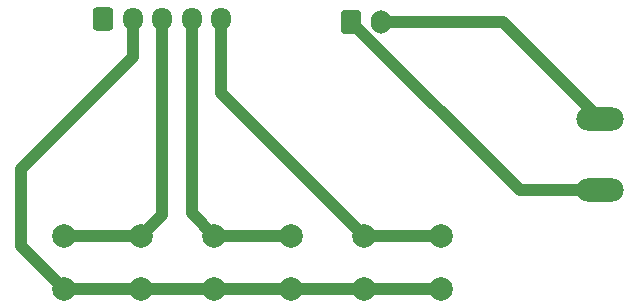
<source format=gbr>
G04 #@! TF.GenerationSoftware,KiCad,Pcbnew,(6.0.4)*
G04 #@! TF.CreationDate,2022-07-19T16:53:53+09:00*
G04 #@! TF.ProjectId,io_board for cnc,696f5f62-6f61-4726-9420-666f7220636e,rev?*
G04 #@! TF.SameCoordinates,Original*
G04 #@! TF.FileFunction,Copper,L2,Bot*
G04 #@! TF.FilePolarity,Positive*
%FSLAX46Y46*%
G04 Gerber Fmt 4.6, Leading zero omitted, Abs format (unit mm)*
G04 Created by KiCad (PCBNEW (6.0.4)) date 2022-07-19 16:53:53*
%MOMM*%
%LPD*%
G01*
G04 APERTURE LIST*
G04 Aperture macros list*
%AMRoundRect*
0 Rectangle with rounded corners*
0 $1 Rounding radius*
0 $2 $3 $4 $5 $6 $7 $8 $9 X,Y pos of 4 corners*
0 Add a 4 corners polygon primitive as box body*
4,1,4,$2,$3,$4,$5,$6,$7,$8,$9,$2,$3,0*
0 Add four circle primitives for the rounded corners*
1,1,$1+$1,$2,$3*
1,1,$1+$1,$4,$5*
1,1,$1+$1,$6,$7*
1,1,$1+$1,$8,$9*
0 Add four rect primitives between the rounded corners*
20,1,$1+$1,$2,$3,$4,$5,0*
20,1,$1+$1,$4,$5,$6,$7,0*
20,1,$1+$1,$6,$7,$8,$9,0*
20,1,$1+$1,$8,$9,$2,$3,0*%
G04 Aperture macros list end*
G04 #@! TA.AperFunction,ComponentPad*
%ADD10C,2.000000*%
G04 #@! TD*
G04 #@! TA.AperFunction,ComponentPad*
%ADD11O,1.700000X2.000000*%
G04 #@! TD*
G04 #@! TA.AperFunction,ComponentPad*
%ADD12RoundRect,0.250000X-0.600000X-0.750000X0.600000X-0.750000X0.600000X0.750000X-0.600000X0.750000X0*%
G04 #@! TD*
G04 #@! TA.AperFunction,ComponentPad*
%ADD13RoundRect,0.250000X-0.600000X-0.725000X0.600000X-0.725000X0.600000X0.725000X-0.600000X0.725000X0*%
G04 #@! TD*
G04 #@! TA.AperFunction,ComponentPad*
%ADD14O,1.700000X1.950000*%
G04 #@! TD*
G04 #@! TA.AperFunction,ComponentPad*
%ADD15O,4.000000X2.000000*%
G04 #@! TD*
G04 #@! TA.AperFunction,Conductor*
%ADD16C,1.000000*%
G04 #@! TD*
G04 APERTURE END LIST*
D10*
X121008000Y-135890000D03*
X127508000Y-135890000D03*
X121008000Y-131390000D03*
X127508000Y-131390000D03*
D11*
X147808000Y-113267000D03*
D12*
X145308000Y-113267000D03*
D13*
X124286000Y-113013000D03*
D14*
X126786000Y-113013000D03*
X129286000Y-113013000D03*
X131786000Y-113013000D03*
X134286000Y-113013000D03*
D10*
X133708000Y-135890000D03*
X140208000Y-135890000D03*
X140208000Y-131390000D03*
X133708000Y-131390000D03*
D15*
X166370000Y-121508000D03*
X166370000Y-127508000D03*
D10*
X146408000Y-135890000D03*
X152908000Y-135890000D03*
X152908000Y-131390000D03*
X146408000Y-131390000D03*
D16*
X158129000Y-113267000D02*
X166370000Y-121508000D01*
X147808000Y-113267000D02*
X158129000Y-113267000D01*
X159549000Y-127508000D02*
X166370000Y-127508000D01*
X145308000Y-113267000D02*
X159549000Y-127508000D01*
X129286000Y-129612000D02*
X129286000Y-113013000D01*
X127508000Y-131390000D02*
X129286000Y-129612000D01*
X127508000Y-131390000D02*
X121008000Y-131390000D01*
X131786000Y-129468000D02*
X131786000Y-113013000D01*
X133708000Y-131390000D02*
X131786000Y-129468000D01*
X140208000Y-131390000D02*
X133708000Y-131390000D01*
X134286000Y-119268000D02*
X134286000Y-113013000D01*
X146408000Y-131390000D02*
X134286000Y-119268000D01*
X152908000Y-131390000D02*
X146408000Y-131390000D01*
X146408000Y-135890000D02*
X152908000Y-135890000D01*
X140208000Y-135890000D02*
X146408000Y-135890000D01*
X133708000Y-135890000D02*
X140208000Y-135890000D01*
X127508000Y-135890000D02*
X133708000Y-135890000D01*
X121008000Y-135890000D02*
X127508000Y-135890000D01*
X117348000Y-132230000D02*
X121008000Y-135890000D01*
X126786000Y-116292000D02*
X117348000Y-125730000D01*
X117348000Y-125730000D02*
X117348000Y-132230000D01*
X126786000Y-113013000D02*
X126786000Y-116292000D01*
M02*

</source>
